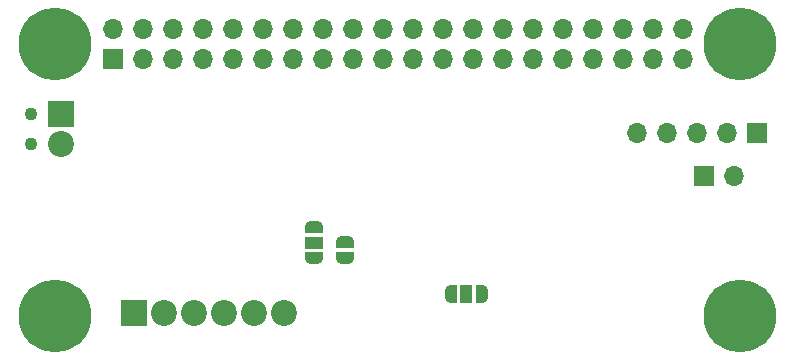
<source format=gbs>
%TF.GenerationSoftware,KiCad,Pcbnew,7.0.6*%
%TF.CreationDate,2023-08-14T14:17:20+01:00*%
%TF.ProjectId,canhat,63616e68-6174-42e6-9b69-6361645f7063,8*%
%TF.SameCoordinates,Original*%
%TF.FileFunction,Soldermask,Bot*%
%TF.FilePolarity,Negative*%
%FSLAX46Y46*%
G04 Gerber Fmt 4.6, Leading zero omitted, Abs format (unit mm)*
G04 Created by KiCad (PCBNEW 7.0.6) date 2023-08-14 14:17:20*
%MOMM*%
%LPD*%
G01*
G04 APERTURE LIST*
G04 Aperture macros list*
%AMFreePoly0*
4,1,19,0.550000,-0.750000,0.000000,-0.750000,0.000000,-0.744911,-0.071157,-0.744911,-0.207708,-0.704816,-0.327430,-0.627875,-0.420627,-0.520320,-0.479746,-0.390866,-0.500000,-0.250000,-0.500000,0.250000,-0.479746,0.390866,-0.420627,0.520320,-0.327430,0.627875,-0.207708,0.704816,-0.071157,0.744911,0.000000,0.744911,0.000000,0.750000,0.550000,0.750000,0.550000,-0.750000,0.550000,-0.750000,
$1*%
%AMFreePoly1*
4,1,19,0.000000,0.744911,0.071157,0.744911,0.207708,0.704816,0.327430,0.627875,0.420627,0.520320,0.479746,0.390866,0.500000,0.250000,0.500000,-0.250000,0.479746,-0.390866,0.420627,-0.520320,0.327430,-0.627875,0.207708,-0.704816,0.071157,-0.744911,0.000000,-0.744911,0.000000,-0.750000,-0.550000,-0.750000,-0.550000,0.750000,0.000000,0.750000,0.000000,0.744911,0.000000,0.744911,
$1*%
%AMFreePoly2*
4,1,19,0.500000,-0.750000,0.000000,-0.750000,0.000000,-0.744911,-0.071157,-0.744911,-0.207708,-0.704816,-0.327430,-0.627875,-0.420627,-0.520320,-0.479746,-0.390866,-0.500000,-0.250000,-0.500000,0.250000,-0.479746,0.390866,-0.420627,0.520320,-0.327430,0.627875,-0.207708,0.704816,-0.071157,0.744911,0.000000,0.744911,0.000000,0.750000,0.500000,0.750000,0.500000,-0.750000,0.500000,-0.750000,
$1*%
%AMFreePoly3*
4,1,19,0.000000,0.744911,0.071157,0.744911,0.207708,0.704816,0.327430,0.627875,0.420627,0.520320,0.479746,0.390866,0.500000,0.250000,0.500000,-0.250000,0.479746,-0.390866,0.420627,-0.520320,0.327430,-0.627875,0.207708,-0.704816,0.071157,-0.744911,0.000000,-0.744911,0.000000,-0.750000,-0.500000,-0.750000,-0.500000,0.750000,0.000000,0.750000,0.000000,0.744911,0.000000,0.744911,
$1*%
G04 Aperture macros list end*
%ADD10C,6.150000*%
%ADD11R,1.700000X1.700000*%
%ADD12O,1.700000X1.700000*%
%ADD13R,2.200000X2.200000*%
%ADD14C,2.200000*%
%ADD15C,1.100000*%
%ADD16FreePoly0,0.000000*%
%ADD17R,1.000000X1.500000*%
%ADD18FreePoly1,0.000000*%
%ADD19FreePoly0,90.000000*%
%ADD20R,1.500000X1.000000*%
%ADD21FreePoly1,90.000000*%
%ADD22FreePoly2,90.000000*%
%ADD23FreePoly3,90.000000*%
G04 APERTURE END LIST*
D10*
%TO.C,H1*%
X43500000Y-53500000D03*
%TD*%
%TO.C,H2*%
X43500000Y-76500000D03*
%TD*%
%TO.C,H3*%
X101500000Y-53500000D03*
%TD*%
%TO.C,H4*%
X101500000Y-76500000D03*
%TD*%
D11*
%TO.C,JP1*%
X98460000Y-64600000D03*
D12*
X101000000Y-64600000D03*
%TD*%
D13*
%TO.C,J2*%
X50200000Y-76200000D03*
D14*
X52740000Y-76200000D03*
X55280000Y-76200000D03*
X57820000Y-76200000D03*
X60360000Y-76200000D03*
X62900000Y-76200000D03*
%TD*%
D15*
%TO.C,J5*%
X41460000Y-59430000D03*
X41460000Y-61970000D03*
D13*
X44000000Y-59430000D03*
D14*
X44000000Y-61970000D03*
%TD*%
D11*
%TO.C,J3*%
X102900000Y-61000000D03*
D12*
X100360000Y-61000000D03*
X97820000Y-61000000D03*
X95280000Y-61000000D03*
X92740000Y-61000000D03*
%TD*%
D11*
%TO.C,J1*%
X48370000Y-54770000D03*
D12*
X48370000Y-52230000D03*
X50910000Y-54770000D03*
X50910000Y-52230000D03*
X53450000Y-54770000D03*
X53450000Y-52230000D03*
X55990000Y-54770000D03*
X55990000Y-52230000D03*
X58530000Y-54770000D03*
X58530000Y-52230000D03*
X61070000Y-54770000D03*
X61070000Y-52230000D03*
X63610000Y-54770000D03*
X63610000Y-52230000D03*
X66150000Y-54770000D03*
X66150000Y-52230000D03*
X68690000Y-54770000D03*
X68690000Y-52230000D03*
X71230000Y-54770000D03*
X71230000Y-52230000D03*
X73770000Y-54770000D03*
X73770000Y-52230000D03*
X76310000Y-54770000D03*
X76310000Y-52230000D03*
X78850000Y-54770000D03*
X78850000Y-52230000D03*
X81390000Y-54770000D03*
X81390000Y-52230000D03*
X83930000Y-54770000D03*
X83930000Y-52230000D03*
X86470000Y-54770000D03*
X86470000Y-52230000D03*
X89010000Y-54770000D03*
X89010000Y-52230000D03*
X91550000Y-54770000D03*
X91550000Y-52230000D03*
X94090000Y-54770000D03*
X94090000Y-52230000D03*
X96630000Y-54770000D03*
X96630000Y-52230000D03*
%TD*%
D16*
%TO.C,JP4*%
X77000000Y-74600000D03*
D17*
X78300000Y-74600000D03*
D18*
X79600000Y-74600000D03*
%TD*%
D19*
%TO.C,JP2*%
X65400000Y-71600000D03*
D20*
X65400000Y-70300000D03*
D21*
X65400000Y-69000000D03*
%TD*%
D22*
%TO.C,JP3*%
X68000000Y-71550000D03*
D23*
X68000000Y-70250000D03*
%TD*%
M02*

</source>
